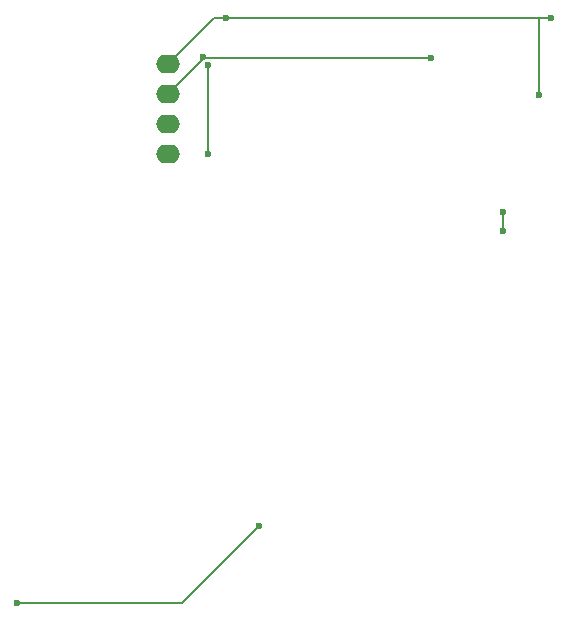
<source format=gbr>
%TF.GenerationSoftware,KiCad,Pcbnew,8.0.8*%
%TF.CreationDate,2025-02-05T21:11:50-08:00*%
%TF.ProjectId,KiCad,4b694361-642e-46b6-9963-61645f706362,1*%
%TF.SameCoordinates,Original*%
%TF.FileFunction,Copper,L2,Bot*%
%TF.FilePolarity,Positive*%
%FSLAX46Y46*%
G04 Gerber Fmt 4.6, Leading zero omitted, Abs format (unit mm)*
G04 Created by KiCad (PCBNEW 8.0.8) date 2025-02-05 21:11:50*
%MOMM*%
%LPD*%
G01*
G04 APERTURE LIST*
%TA.AperFunction,ComponentPad*%
%ADD10O,2.000000X1.600000*%
%TD*%
%TA.AperFunction,ViaPad*%
%ADD11C,0.600000*%
%TD*%
%TA.AperFunction,Conductor*%
%ADD12C,0.200000*%
%TD*%
G04 APERTURE END LIST*
D10*
%TO.P,Brd1,2,VCC*%
%TO.N,+3.3V*%
X167275000Y-72420000D03*
%TO.P,Brd1,1,GND*%
%TO.N,GND*%
X167275000Y-69880000D03*
%TO.P,Brd1,3,SCL*%
%TO.N,Net-(Brd1-SCL)*%
X167275000Y-74960000D03*
%TO.P,Brd1,4,SDA*%
%TO.N,Net-(Brd1-SDA)*%
X167275000Y-77500000D03*
%TD*%
D11*
%TO.N,/signal*%
X175000000Y-109000000D03*
X154500000Y-115500000D03*
%TO.N,GND*%
X195675000Y-84000000D03*
X195675000Y-82400000D03*
X198675000Y-72500000D03*
%TO.N,+3.3V*%
X170246957Y-69324143D03*
%TO.N,GND*%
X199675000Y-66000000D03*
%TO.N,+3.3V*%
X189575000Y-69400000D03*
%TO.N,Net-(Brd1-SDA)*%
X170675000Y-70000000D03*
X170675000Y-70000000D03*
X170675000Y-77500000D03*
%TO.N,GND*%
X172175000Y-66000000D03*
%TD*%
D12*
%TO.N,/signal*%
X168500000Y-115500000D02*
X154500000Y-115500000D01*
X175000000Y-109000000D02*
X168500000Y-115500000D01*
%TO.N,GND*%
X195675000Y-84000000D02*
X195675000Y-82400000D01*
X199675000Y-66000000D02*
X198675000Y-66000000D01*
X198675000Y-66000000D02*
X197675000Y-66000000D01*
X198675000Y-72500000D02*
X198675000Y-66000000D01*
%TO.N,+3.3V*%
X170295000Y-69400000D02*
X170295000Y-69372186D01*
X170295000Y-69372186D02*
X170246957Y-69324143D01*
%TO.N,GND*%
X171155000Y-66000000D02*
X167275000Y-69880000D01*
%TO.N,+3.3V*%
X170295000Y-69400000D02*
X189575000Y-69400000D01*
X189675000Y-69500000D02*
X189575000Y-69400000D01*
X167275000Y-72420000D02*
X170295000Y-69400000D01*
%TO.N,Net-(Brd1-SDA)*%
X170675000Y-77500000D02*
X170675000Y-70000000D01*
%TO.N,GND*%
X172175000Y-66000000D02*
X171155000Y-66000000D01*
X197675000Y-66000000D02*
X172175000Y-66000000D01*
%TD*%
M02*

</source>
